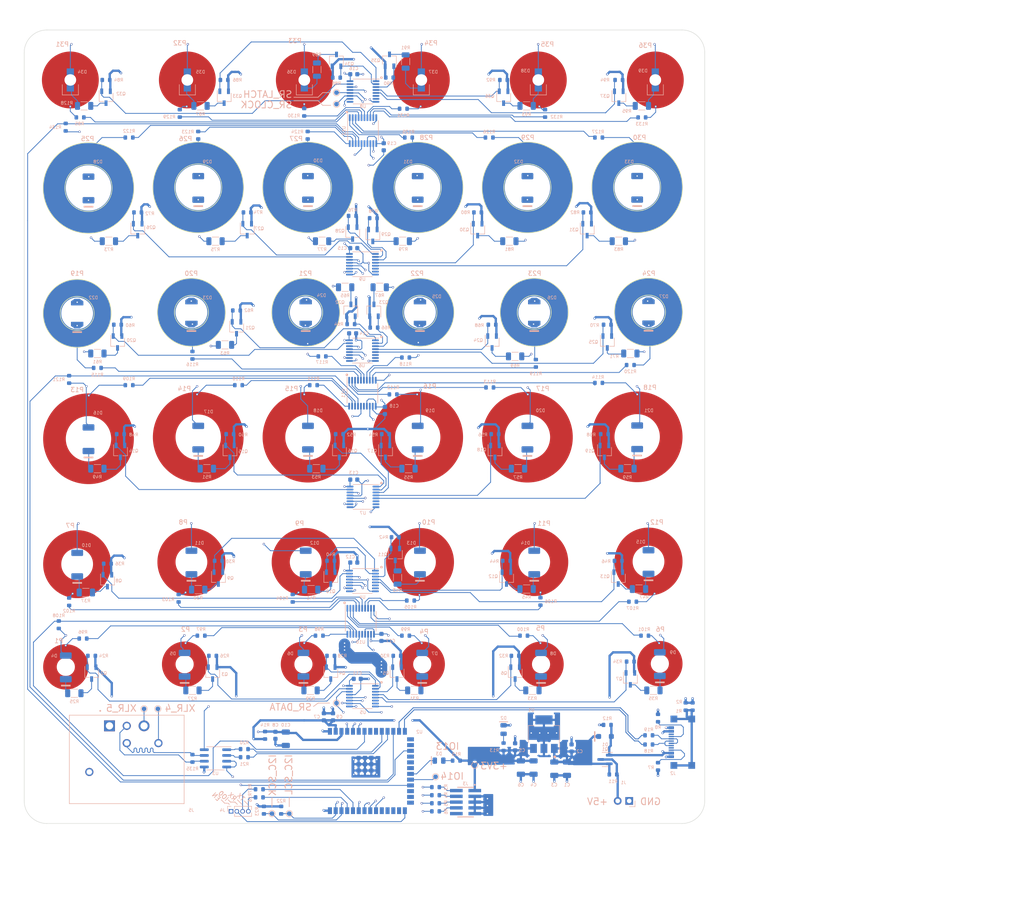
<source format=kicad_pcb>
(kicad_pcb (version 20221018) (generator pcbnew)

  (general
    (thickness 1.6)
  )

  (paper "A3")
  (layers
    (0 "F.Cu" signal)
    (1 "In1.Cu" signal)
    (2 "In2.Cu" signal)
    (31 "B.Cu" signal)
    (32 "B.Adhes" user "B.Adhesive")
    (33 "F.Adhes" user "F.Adhesive")
    (34 "B.Paste" user)
    (35 "F.Paste" user)
    (36 "B.SilkS" user "B.Silkscreen")
    (37 "F.SilkS" user "F.Silkscreen")
    (38 "B.Mask" user)
    (39 "F.Mask" user)
    (40 "Dwgs.User" user "User.Drawings")
    (41 "Cmts.User" user "User.Comments")
    (42 "Eco1.User" user "User.Eco1")
    (43 "Eco2.User" user "User.Eco2")
    (44 "Edge.Cuts" user)
    (45 "Margin" user)
    (46 "B.CrtYd" user "B.Courtyard")
    (47 "F.CrtYd" user "F.Courtyard")
    (48 "B.Fab" user)
    (49 "F.Fab" user)
    (50 "User.1" user)
    (51 "User.2" user)
    (52 "User.3" user)
    (53 "User.4" user)
    (54 "User.5" user)
    (55 "User.6" user)
    (56 "User.7" user)
    (57 "User.8" user)
    (58 "User.9" user)
  )

  (setup
    (stackup
      (layer "F.SilkS" (type "Top Silk Screen"))
      (layer "F.Paste" (type "Top Solder Paste"))
      (layer "F.Mask" (type "Top Solder Mask") (thickness 0.01))
      (layer "F.Cu" (type "copper") (thickness 0.035))
      (layer "dielectric 1" (type "prepreg") (thickness 0.1) (material "FR4") (epsilon_r 4.5) (loss_tangent 0.02))
      (layer "In1.Cu" (type "copper") (thickness 0.035))
      (layer "dielectric 2" (type "core") (thickness 1.24) (material "FR4") (epsilon_r 4.5) (loss_tangent 0.02))
      (layer "In2.Cu" (type "copper") (thickness 0.035))
      (layer "dielectric 3" (type "prepreg") (thickness 0.1) (material "FR4") (epsilon_r 4.5) (loss_tangent 0.02))
      (layer "B.Cu" (type "copper") (thickness 0.035))
      (layer "B.Mask" (type "Bottom Solder Mask") (thickness 0.01))
      (layer "B.Paste" (type "Bottom Solder Paste"))
      (layer "B.SilkS" (type "Bottom Silk Screen"))
      (copper_finish "None")
      (dielectric_constraints no)
    )
    (pad_to_mask_clearance 0)
    (aux_axis_origin 20.066 187.706)
    (pcbplotparams
      (layerselection 0x00010fc_ffffffff)
      (plot_on_all_layers_selection 0x0000000_00000000)
      (disableapertmacros false)
      (usegerberextensions false)
      (usegerberattributes true)
      (usegerberadvancedattributes true)
      (creategerberjobfile true)
      (dashed_line_dash_ratio 12.000000)
      (dashed_line_gap_ratio 3.000000)
      (svgprecision 4)
      (plotframeref false)
      (viasonmask false)
      (mode 1)
      (useauxorigin false)
      (hpglpennumber 1)
      (hpglpenspeed 20)
      (hpglpendiameter 15.000000)
      (dxfpolygonmode true)
      (dxfimperialunits true)
      (dxfusepcbnewfont true)
      (psnegative false)
      (psa4output false)
      (plotreference true)
      (plotvalue true)
      (plotinvisibletext false)
      (sketchpadsonfab false)
      (subtractmaskfromsilk false)
      (outputformat 1)
      (mirror false)
      (drillshape 1)
      (scaleselection 1)
      (outputdirectory "")
    )
  )

  (net 0 "")
  (net 1 "/power/5V_COMB")
  (net 2 "GND")
  (net 3 "+3V3")
  (net 4 "/control/ESP_PROG.EN")
  (net 5 "+5V")
  (net 6 "Net-(D4-K)")
  (net 7 "Net-(D5-K)")
  (net 8 "Net-(D6-K)")
  (net 9 "Net-(D7-K)")
  (net 10 "Net-(D8-K)")
  (net 11 "Net-(D9-K)")
  (net 12 "Net-(D10-K)")
  (net 13 "Net-(D11-K)")
  (net 14 "Net-(D12-K)")
  (net 15 "Net-(D13-K)")
  (net 16 "Net-(D14-K)")
  (net 17 "Net-(D15-K)")
  (net 18 "Net-(D16-K)")
  (net 19 "Net-(D17-K)")
  (net 20 "Net-(D18-K)")
  (net 21 "VBUS")
  (net 22 "/control/ESP_IO13")
  (net 23 "/control/DMX.P")
  (net 24 "/control/DMX.N")
  (net 25 "/control/ESP_PROG.IO0")
  (net 26 "/control/ESP_PROG.RX")
  (net 27 "/control/ESP_PROG.TX")
  (net 28 "/io/USB_SHIELD_GND")
  (net 29 "Net-(P1-Pad1)")
  (net 30 "Net-(P2-Pad1)")
  (net 31 "Net-(P3-Pad1)")
  (net 32 "Net-(P4-Pad1)")
  (net 33 "Net-(P5-Pad1)")
  (net 34 "Net-(P6-Pad1)")
  (net 35 "Net-(P7-Pad1)")
  (net 36 "Net-(P8-Pad1)")
  (net 37 "Net-(P9-Pad1)")
  (net 38 "Net-(P10-Pad1)")
  (net 39 "Net-(P11-Pad1)")
  (net 40 "Net-(P12-Pad1)")
  (net 41 "Net-(P13-Pad1)")
  (net 42 "Net-(P14-Pad1)")
  (net 43 "Net-(P15-Pad1)")
  (net 44 "Net-(P16-Pad1)")
  (net 45 "Net-(P17-Pad1)")
  (net 46 "Net-(P18-Pad1)")
  (net 47 "Net-(P19-Pad1)")
  (net 48 "Net-(P20-Pad1)")
  (net 49 "Net-(P21-Pad1)")
  (net 50 "Net-(P22-Pad1)")
  (net 51 "Net-(P23-Pad1)")
  (net 52 "Net-(P24-Pad1)")
  (net 53 "Net-(P25-Pad1)")
  (net 54 "Net-(P26-Pad1)")
  (net 55 "Net-(P27-Pad1)")
  (net 56 "Net-(P28-Pad1)")
  (net 57 "Net-(P29-Pad1)")
  (net 58 "Net-(P30-Pad1)")
  (net 59 "Net-(P31-Pad1)")
  (net 60 "Net-(P32-Pad1)")
  (net 61 "Net-(P33-Pad1)")
  (net 62 "Net-(P34-Pad1)")
  (net 63 "Net-(P35-Pad1)")
  (net 64 "Net-(P36-Pad1)")
  (net 65 "Net-(Q2-G)")
  (net 66 "Net-(Q2-D)")
  (net 67 "Net-(Q3-G)")
  (net 68 "Net-(Q3-D)")
  (net 69 "Net-(Q4-G)")
  (net 70 "Net-(Q4-D)")
  (net 71 "Net-(Q5-G)")
  (net 72 "Net-(Q5-D)")
  (net 73 "Net-(Q6-G)")
  (net 74 "Net-(Q6-D)")
  (net 75 "Net-(Q7-G)")
  (net 76 "Net-(Q7-D)")
  (net 77 "Net-(Q8-G)")
  (net 78 "Net-(Q8-D)")
  (net 79 "Net-(Q9-G)")
  (net 80 "Net-(Q9-D)")
  (net 81 "Net-(Q10-G)")
  (net 82 "Net-(Q10-D)")
  (net 83 "Net-(Q11-G)")
  (net 84 "Net-(Q11-D)")
  (net 85 "Net-(Q12-G)")
  (net 86 "Net-(Q12-D)")
  (net 87 "Net-(Q13-G)")
  (net 88 "Net-(Q13-D)")
  (net 89 "Net-(Q14-G)")
  (net 90 "Net-(Q14-D)")
  (net 91 "Net-(Q15-G)")
  (net 92 "Net-(Q15-D)")
  (net 93 "Net-(Q16-G)")
  (net 94 "Net-(Q16-D)")
  (net 95 "Net-(Q17-G)")
  (net 96 "Net-(Q17-D)")
  (net 97 "Net-(Q18-G)")
  (net 98 "Net-(Q18-D)")
  (net 99 "Net-(D19-K)")
  (net 100 "Net-(D20-K)")
  (net 101 "Net-(D21-K)")
  (net 102 "Net-(D22-K)")
  (net 103 "Net-(D23-K)")
  (net 104 "Net-(D24-K)")
  (net 105 "Net-(D25-K)")
  (net 106 "/control/USB.P")
  (net 107 "/control/USB.N")
  (net 108 "/control/JTAG.TMS")
  (net 109 "/control/JTAG.TCK")
  (net 110 "/control/JTAG.TDO")
  (net 111 "/control/JTAG.TDI")
  (net 112 "/control/I2C.SCL")
  (net 113 "Net-(D26-K)")
  (net 114 "Net-(D27-K)")
  (net 115 "Net-(D28-K)")
  (net 116 "Net-(D29-K)")
  (net 117 "Net-(D30-K)")
  (net 118 "/control/ESP_IO14")
  (net 119 "/control/SR.DATA")
  (net 120 "/control/SR.CLOCK")
  (net 121 "/control/SR.LATCH")
  (net 122 "/control/I2C.SCK")
  (net 123 "/control/CAP_CHANGE.0")
  (net 124 "/control/CAP_CHANGE.1")
  (net 125 "/control/CAP_CHANGE.2")
  (net 126 "Net-(D31-K)")
  (net 127 "unconnected-(U4-QG-Pad6)")
  (net 128 "unconnected-(U4-QH-Pad7)")
  (net 129 "/display/led_row_2_3/LED_SER_OUT")
  (net 130 "/display/led_row_0_1/LED_SER_OUT")
  (net 131 "unconnected-(U6-QG-Pad6)")
  (net 132 "unconnected-(U6-QH-Pad7)")
  (net 133 "/display/led_row_4_5/LED_SER_OUT")
  (net 134 "unconnected-(U8-QG-Pad6)")
  (net 135 "unconnected-(U8-QH-Pad7)")
  (net 136 "Net-(D32-K)")
  (net 137 "Net-(D33-K)")
  (net 138 "Net-(D34-K)")
  (net 139 "Net-(D35-K)")
  (net 140 "Net-(D36-K)")
  (net 141 "Net-(Q19-G)")
  (net 142 "Net-(Q19-D)")
  (net 143 "Net-(Q20-G)")
  (net 144 "Net-(Q20-D)")
  (net 145 "Net-(Q21-G)")
  (net 146 "Net-(Q21-D)")
  (net 147 "Net-(Q22-G)")
  (net 148 "Net-(Q22-D)")
  (net 149 "Net-(Q23-G)")
  (net 150 "Net-(Q23-D)")
  (net 151 "Net-(Q24-G)")
  (net 152 "Net-(Q24-D)")
  (net 153 "Net-(Q25-G)")
  (net 154 "Net-(Q25-D)")
  (net 155 "Net-(Q26-G)")
  (net 156 "Net-(Q26-D)")
  (net 157 "Net-(Q27-G)")
  (net 158 "Net-(Q27-D)")
  (net 159 "Net-(Q28-G)")
  (net 160 "Net-(Q28-D)")
  (net 161 "Net-(Q29-G)")
  (net 162 "Net-(Q29-D)")
  (net 163 "Net-(Q30-G)")
  (net 164 "Net-(Q30-D)")
  (net 165 "Net-(Q31-G)")
  (net 166 "Net-(Q31-D)")
  (net 167 "Net-(Q32-G)")
  (net 168 "Net-(Q32-D)")
  (net 169 "Net-(Q33-G)")
  (net 170 "Net-(Q33-D)")
  (net 171 "Net-(Q34-G)")
  (net 172 "Net-(Q34-D)")
  (net 173 "Net-(Q35-G)")
  (net 174 "Net-(Q35-D)")
  (net 175 "Net-(Q36-G)")
  (net 176 "Net-(Q36-D)")
  (net 177 "Net-(U4-SER)")
  (net 178 "unconnected-(U9-QG-Pad6)")
  (net 179 "unconnected-(U9-QH-Pad7)")
  (net 180 "Net-(D2-A)")
  (net 181 "Net-(D3-A)")
  (net 182 "Net-(D37-K)")
  (net 183 "Net-(D38-K)")
  (net 184 "Net-(D39-K)")
  (net 185 "Net-(J2-CC1)")
  (net 186 "unconnected-(J2-SBU1-PadA8)")
  (net 187 "Net-(J2-CC2)")
  (net 188 "unconnected-(J2-SBU2-PadB8)")
  (net 189 "Net-(J3-Pad02)")
  (net 190 "Net-(J3-Pad04)")
  (net 191 "Net-(J3-Pad06)")
  (net 192 "Net-(J3-Pad08)")
  (net 193 "unconnected-(J3-Pad10)")
  (net 194 "Net-(J5-P3-Pad4)")
  (net 195 "Net-(J5-P5)")
  (net 196 "unconnected-(J5-PadG)")
  (net 197 "Net-(Q37-G)")
  (net 198 "Net-(Q37-D)")
  (net 199 "Net-(U2-U0TXD{slash}GPIO43{slash}CLK_OUT1)")
  (net 200 "Net-(U2-U0RXD{slash}GPIO44{slash}CLK_OUT2)")
  (net 201 "Net-(U2-GPIO17{slash}U1TXD{slash}ADC2_CH6)")
  (net 202 "Net-(U3-RO)")
  (net 203 "Net-(U2-GPIO18{slash}U1RXD{slash}ADC2_CH7{slash}CLK_OUT3)")
  (net 204 "Net-(U3-~{RE})")
  (net 205 "Net-(U10-KEY11{slash}GPO9)")
  (net 206 "Net-(U10-KEY10{slash}GPO8)")
  (net 207 "Net-(U10-KEY9{slash}GPO7)")
  (net 208 "Net-(U10-KEY8{slash}GPO6)")
  (net 209 "Net-(U10-KEY7{slash}GPO5)")
  (net 210 "Net-(U10-KEY6{slash}GPO4)")
  (net 211 "Net-(U10-KEY5{slash}GPO3)")
  (net 212 "Net-(U10-KEY4{slash}GPO2)")
  (net 213 "Net-(U10-KEY3{slash}GPO1)")
  (net 214 "Net-(U10-KEY2{slash}GPO0)")
  (net 215 "Net-(U10-KEY1)")
  (net 216 "Net-(U10-KEY0)")
  (net 217 "Net-(U11-KEY11{slash}GPO9)")
  (net 218 "Net-(U11-KEY10{slash}GPO8)")
  (net 219 "Net-(U11-KEY9{slash}GPO7)")
  (net 220 "Net-(U11-KEY8{slash}GPO6)")
  (net 221 "Net-(U11-KEY7{slash}GPO5)")
  (net 222 "Net-(U11-KEY6{slash}GPO4)")
  (net 223 "Net-(U11-KEY5{slash}GPO3)")
  (net 224 "Net-(U11-KEY4{slash}GPO2)")
  (net 225 "Net-(U11-KEY3{slash}GPO1)")
  (net 226 "Net-(U11-KEY2{slash}GPO0)")
  (net 227 "Net-(U11-KEY1)")
  (net 228 "Net-(U11-KEY0)")
  (net 229 "Net-(U12-KEY11{slash}GPO9)")
  (net 230 "Net-(U12-KEY10{slash}GPO8)")
  (net 231 "Net-(U12-KEY9{slash}GPO7)")
  (net 232 "Net-(U12-KEY8{slash}GPO6)")
  (net 233 "Net-(U12-KEY7{slash}GPO5)")
  (net 234 "Net-(U12-KEY6{slash}GPO4)")
  (net 235 "Net-(U12-KEY5{slash}GPO3)")
  (net 236 "Net-(U12-KEY4{slash}GPO2)")
  (net 237 "Net-(U12-KEY3{slash}GPO1)")
  (net 238 "Net-(U12-KEY2{slash}GPO0)")
  (net 239 "Net-(U12-KEY1)")
  (net 240 "Net-(U12-KEY0)")
  (net 241 "unconnected-(U2-GPIO15{slash}U0RTS{slash}ADC2_CH4{slash}XTAL_32K_P-Pad8)")
  (net 242 "unconnected-(U2-GPIO16{slash}U0CTS{slash}ADC2_CH5{slash}XTAL_32K_N-Pad9)")
  (net 243 "unconnected-(U2-GPIO3{slash}TOUCH3{slash}ADC1_CH2-Pad15)")
  (net 244 "unconnected-(U2-GPIO46-Pad16)")
  (net 245 "unconnected-(U2-GPIO10{slash}TOUCH10{slash}ADC1_CH9{slash}FSPICS0{slash}FSPIIO4{slash}SUBSPICS0-Pad18)")
  (net 246 "unconnected-(U2-GPIO11{slash}TOUCH11{slash}ADC2_CH0{slash}FSPID{slash}FSPIIO5{slash}SUBSPID-Pad19)")
  (net 247 "unconnected-(U2-GPIO12{slash}TOUCH12{slash}ADC2_CH1{slash}FSPICLK{slash}FSPIIO6{slash}SUBSPICLK-Pad20)")
  (net 248 "Net-(U2-GPIO21)")
  (net 249 "unconnected-(U2-GPIO47{slash}SPICLK_P{slash}SUBSPICLK_P_DIFF-Pad24)")
  (net 250 "unconnected-(U2-GPIO48{slash}SPICLK_N{slash}SUBSPICLK_N_DIFF-Pad25)")
  (net 251 "unconnected-(U2-GPIO45-Pad26)")
  (net 252 "unconnected-(U2-SPIIO6{slash}GPIO35{slash}FSPID{slash}SUBSPID-Pad28)")
  (net 253 "unconnected-(U2-SPIIO7{slash}GPIO36{slash}FSPICLK{slash}SUBSPICLK-Pad29)")
  (net 254 "unconnected-(U2-SPIDQS{slash}GPIO37{slash}FSPIQ{slash}SUBSPIQ-Pad30)")
  (net 255 "unconnected-(U2-GPIO38{slash}FSPIWP{slash}SUBSPIWP-Pad31)")
  (net 256 "unconnected-(U5-QG-Pad6)")
  (net 257 "unconnected-(U5-QH-Pad7)")
  (net 258 "Net-(U6-SER)")
  (net 259 "unconnected-(U7-QG-Pad6)")
  (net 260 "unconnected-(U7-QH-Pad7)")
  (net 261 "Net-(U8-SER)")
  (net 262 "unconnected-(U10-NC-Pad15)")
  (net 263 "unconnected-(U11-NC-Pad15)")
  (net 264 "unconnected-(U12-NC-Pad15)")
  (net 265 "/control/USB_P")
  (net 266 "/control/USB_N")

  (footprint "Button_Switch_SMD:Cap_Touch_Ring_Large" (layer "F.Cu") (at 127.17548 106.719676 90))

  (footprint "Button_Switch_SMD:Cap_Touch_Ring_Large" (layer "F.Cu") (at 102.98856 106.719676 90))

  (footprint "Button_Switch_SMD:Cap_Touch_Ring_Medium" (layer "F.Cu") (at 78.30164 134.256235 90))

  (footprint "Button_Switch_SMD:Cap_Touch_Ring_Medium_Bottom" (layer "F.Cu") (at 78.30164 79.183117 90))

  (footprint "Button_Switch_SMD:Cap_Touch_Ring_Large" (layer "F.Cu") (at 30.4278 107.071036 90))

  (footprint "Button_Switch_SMD:Cap_Touch_Ring_Medium" (layer "F.Cu") (at 27.927802 134.724715 90))

  (footprint "Button_Switch_SMD:Cap_Touch_Ring_Medium_Bottom" (layer "F.Cu") (at 27.927802 79.417357 90))

  (footprint "Button_Switch_SMD:Cap_Touch_Ring_Cutout" (layer "F.Cu") (at 78.00164 27.94))

  (footprint "Button_Switch_SMD:Cap_Touch_Ring_Small" (layer "F.Cu") (at 130.175478 156.7928 90))

  (footprint "MountingHole:MountingHole_3.2mm_M3" (layer "F.Cu") (at 20.066 21.336))

  (footprint "Button_Switch_SMD:Cap_Touch_Ring_Large_Bottom" (layer "F.Cu") (at 127.17548 51.646558 90))

  (footprint "Button_Switch_SMD:Cap_Touch_Ring_Cutout" (layer "F.Cu") (at 26.427802 27.94))

  (footprint "MountingHole:MountingHole_3.2mm_M3" (layer "F.Cu") (at 161.798 21.336))

  (footprint "Button_Switch_SMD:Cap_Touch_Ring_Medium" (layer "F.Cu") (at 128.675478 134.256235 90))

  (footprint "Button_Switch_SMD:Cap_Touch_Ring_Large" (layer "F.Cu") (at 54.61472 106.719676 90))

  (footprint "Button_Switch_SMD:Cap_Touch_Ring_Medium_Bottom" (layer "F.Cu") (at 153.8624 79.132877 90))

  (footprint "Button_Switch_SMD:Cap_Touch_Ring_Cutout" (layer "F.Cu") (at 155.3624 27.94))

  (footprint "Button_Switch_SMD:Cap_Touch_Ring_Large_Bottom" (layer "F.Cu") (at 54.61472 51.646558 90))

  (footprint "Button_Switch_SMD:Cap_Touch_Ring_Cutout" (layer "F.Cu") (at 52.214721 27.94))

  (footprint "Button_Switch_SMD:Cap_Touch_Ring_Medium" (layer "F.Cu") (at 153.8624 134.155755 90))

  (footprint "Button_Switch_SMD:Cap_Touch_Ring_Large_Bottom" (layer "F.Cu") (at 78.80164 51.646558 90))

  (footprint "MountingHole:MountingHole_3.2mm_M3" (layer "F.Cu") (at 20.066 187.706))

  (footprint "Button_Switch_SMD:Cap_Touch_Ring_Small" (layer "F.Cu") (at 156.3624 156.6672 90))

  (footprint "Button_Switch_SMD:Cap_Touch_Ring_Medium_Bottom" (layer "F.Cu") (at 128.675478 79.183117 90))

  (footprint "Button_Switch_SMD:Cap_Touch_Ring_Small" (layer "F.Cu") (at 25.427802 157.3784 90))

  (footprint "Button_Switch_SMD:Cap_Touch_Ring_Large_Bottom" locked (layer "F.Cu")
    (tstamp a151c5ea-f50a-4ada-972b-6cc160332c65)
    (at 151.362402 51.621438 90)
    (property "Feld2" "")
    (property "Sheetfile" "cap_touch_row_4_5.kicad_sch")
    (property "Sheetname" "cap_touch_row_4_5")
    (path "/98f79276-5685-4fe4-8ef1-93a279c3bdc3/cb244c26-e3a7-43f7-bff2-c6d7cf855086/57bb14d5-5ea9-4bcf-8a72-38f1d9459bc1")
    (attr smd allow_soldermask_bridges)
    (fp_text reference "P30" (at 10.981438 0.529598 unlocked) (layer "B.SilkS")
        (effects (font (size 1 1) (thickness 0.15)) (justify mirror))
      (tstamp 9dc8f7ed-e5d7-4fca-ad82-fe506d1ed43f)
    )
    (fp_text value "~" (at 0.1524 13.6892 90 unlocked) (layer "F.Fab")
        (effects (font (size 1 1) (thickness 0.15)))
      (tstamp 68859751-53aa-4505-83ff-cab52ac32f67)
    )
    (fp_text user "20mm outer, 10mm inner" (at 11.43 0 90 unlocked) (layer "Cmts.User")
        (effects (font (size 1.5 1.5) (thickness 0.3) bold) (justify left bottom))
      (tstamp b336c33e-fbac-4d99-a7fc-20ce79826c88)
    )
    (fp_text user "${REFERENCE}" (at 0.1524 15.1892 90 unlocked) (layer "F.Fab")
        (effects (font (size 1 1) (thickness 0.15)))
      (tstamp 265f95cc-5e8f-4a0d-895c-e27eebdcee12)
    )
    (fp_circle (center 0 0) (end 5.2 0)
      (stroke (width 0.12) (type default)) (fill none) (layer "F.SilkS") (tstamp 39d491ec-3c78-47b1-94f3-a3f44e57e271))
    (fp_circle (center 0 0) (end 10 0)
      (stroke (width 0.12) (type default)) (fill none) (layer "F.SilkS") (tstamp c99050f2-309f-43a2-bc79-57bb794430a8))
    (fp_circle (center 0 0) (end 5 0)
      (stroke (width 0.12) (type solid)) (fill solid) (layer "B.Mask") (tstamp f77bcfee-3f76-48df-9e93-cf168d41ec91))
    (fp_circle (center 0 0) (end 5 0)
      (stroke (width 0.12) (type solid)) (fill solid) (layer "F.Mask") (tstamp 746aa99e-4ca4-4092-be8a-544969bad7f5))
    (pad "1" smd custom locked (at 0.254 -7.874 90) (size 1.524 1.524) (layers "B.Cu")
      (net 58 "Net-(P30-Pad1)") (pinfunction "1") (pintype "bidirectional") (thermal_bridge_angle 45)
      (options (clearance outline) (anchor circle))
      (primitives
        (gr_poly
          (pts
            (xy -1.143 -0.381)
            (xy -1.127161 -0.489713)
            (xy -1.072076 -0.60239)
            (xy -0.98339 -0.691076)
            (xy -0.870713 -0.746161)
            (xy -0.762 -0.762)
            (xy 0.762 -0.762)
            (xy 0.870713 -0.746161)
            (xy 0.98339 -0.691076)
            (xy 1.072076 -0.60239)
            (xy 1.127161 -0.489713)
            (xy 1.143 -0.381)
            (xy 1.143 0.381)
            (xy 1.127161 0.489713)
            (xy 1.072076 0.60239)
            (xy 0.98339 0.691076)
            (xy 0.870713 0.746161)
            (xy 0.762 0.762)
            (xy -0.762 0.762)
            (xy -0.870713 0.746161)
            (xy -0.98339 0.691076)
            (xy -1.072076 0.60239)
            (xy -1.127161 0.489713)
            (xy -1.143 0.381)
          )
          (width 0) (fill yes))
        (gr_circle (center -0.254 7.874) (end 7.246 7.874) (width 5) (fill none))
      ) (tstamp 6b70e02f-63f3-46b8-9268-40ccf8236543))
    (zone (net 0) (net_name "") (layers "*.Cu") (tstamp a9b7200d-bd48-4535-b360-814701cc1f82) (name "NO_POURS") (hatch full 0.5)
      (connect_pads (clearance 0))
      (min_thickness 0.25) (filled_areas_thickness no)
      (keepout (tracks allowed) (vias allowed) (pads allowed) (copperpour not_allowed) (footprints allowed))
      (fill (thermal_gap 0.5) (thermal_bridge_width 0.5))
      (polygon
        (pts
          (xy 141.282332 50.987254)
          (xy 141.342044 50.355572)
          (xy 141.441301 49.728887)
          (xy 141.579712 49.10967)
          (xy 141.756731 48.500366)
          (xy 141.971659 47.90338)
          (xy 142.223649 47.321067)
          (xy 142.511705 46.755726)
          (xy 142.83469 46.209587)
          (xy 143.19133 45.684807)
          (xy 143.580218 45.183456)
          (xy 143.999819 44.707512)
          (xy 144.448476 44.258855)
          (xy 144.92442 43.839254)
          (xy 145.425771 43.450366)
          (xy 145.950551 43.093726)
          (xy 146.49669 42.770741)
          (xy 147.062031 42.482685)
          (xy 147.644344 42.230695)
          (xy 148.24133 42.015767)
          (xy 148.850634 41.838748)
          (xy 149.469851 41.700337)
          (xy 150.096536 41.60108)
          (xy 150.728218 41.541368)
          (xy 151.362402 41.521438)
          (xy 151.996586 41.541368)
          (xy 152.628268 41.60108)
          (xy 153.254953 41.700337)
          (xy 153.87417 41
... [1578168 chars truncated]
</source>
